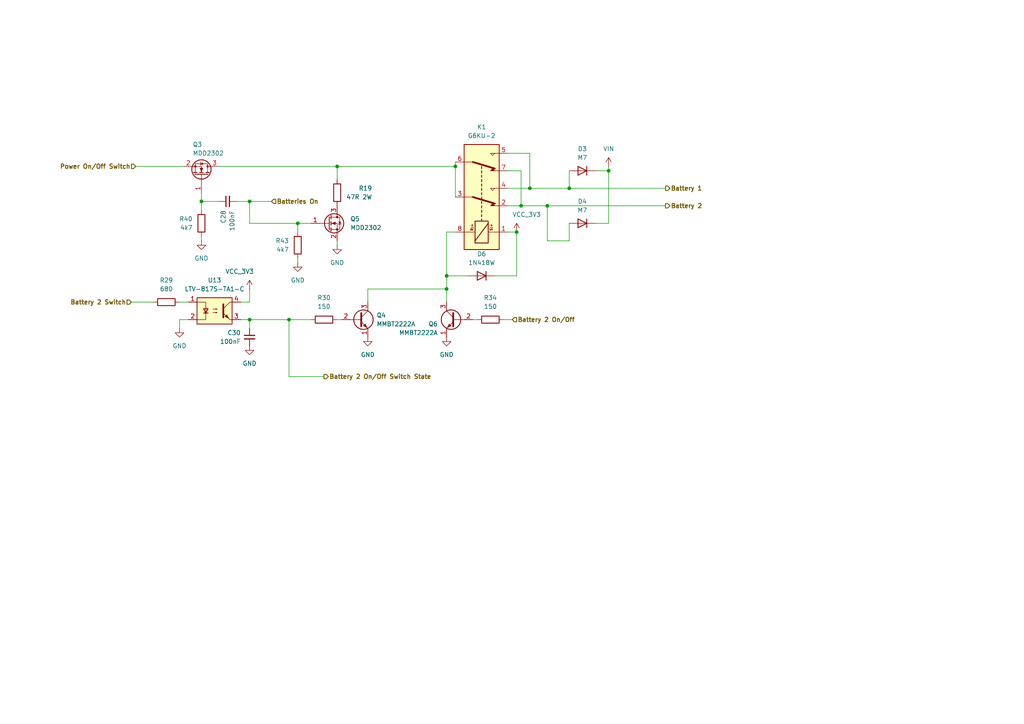
<source format=kicad_sch>
(kicad_sch (version 20250114) (generator "eeschema") (generator_version "9.0")
  (paper "A4")
  (title_block (title "Battery Management") (date "2025-09-04") (rev "1.0"))
  (lib_symbols
    (symbol "Device:C_Small" (pin_numbers (hide yes)) (pin_names (offset 0.254) (hide yes))
      (property "Reference" "C" (at 0.254 1.778 0))
      (property "Value" "C_Small" (at 0.254 -2.032 0))
      (symbol "C_Small_0_1"
        (polyline (pts (xy -1.524 0.508) (xy 1.524 0.508)) (stroke (width 0.3048)))
        (polyline (pts (xy -1.524 -0.508) (xy 1.524 -0.508)) (stroke (width 0.3302)))
      )
      (symbol "C_Small_1_1"
        (pin passive line (at 0 2.54 270) (length 2.032) (name "~") (number "1"))
        (pin passive line (at 0 -2.54 90) (length 2.032) (name "~") (number "2"))
      )
    )
    (symbol "Device:R" (pin_numbers (hide yes)) (pin_names (offset 0))
      (property "Reference" "R" (at 2.032 0 90))
      (property "Value" "R" (at 0 0 90))
      (symbol "R_0_1"
        (rectangle (start -1.016 -2.54) (end 1.016 2.54) (stroke (width 0.254)))
      )
      (symbol "R_1_1"
        (pin passive line (at 0 3.81 270) (length 1.27) (name "~") (number "1"))
        (pin passive line (at 0 -3.81 90) (length 1.27) (name "~") (number "2"))
      )
    )
    (symbol "Diode:1N4001" (pin_numbers (hide yes)) (pin_names (hide yes))
      (property "Reference" "D" (at 0 2.54 0))
      (property "Value" "1N4001" (at 0 -2.54 0))
      (symbol "1N4001_0_1"
        (polyline (pts (xy -1.27 1.27) (xy -1.27 -1.27)) (stroke (width 0.254)))
        (polyline (pts (xy 1.27 1.27) (xy 1.27 -1.27) (xy -1.27 0) (xy 1.27 1.27)) (stroke (width 0.254)))
        (polyline (pts (xy 1.27 0) (xy -1.27 0)))
      )
      (symbol "1N4001_1_1"
        (pin passive line (at -3.81 0 0) (length 2.54) (name "K") (number "1"))
        (pin passive line (at 3.81 0 180) (length 2.54) (name "A") (number "2"))
      )
    )
    (symbol "Diode:1N914" (pin_numbers (hide yes)) (pin_names (hide yes))
      (property "Reference" "D" (at 0 2.54 0))
      (property "Value" "1N914" (at 0 -2.54 0))
      (symbol "1N914_0_1"
        (polyline (pts (xy -1.27 1.27) (xy -1.27 -1.27)) (stroke (width 0.254)))
        (polyline (pts (xy 1.27 1.27) (xy 1.27 -1.27) (xy -1.27 0) (xy 1.27 1.27)) (stroke (width 0.254)))
        (polyline (pts (xy 1.27 0) (xy -1.27 0)))
      )
      (symbol "1N914_1_1"
        (pin passive line (at -3.81 0 0) (length 2.54) (name "K") (number "1"))
        (pin passive line (at 3.81 0 180) (length 2.54) (name "A") (number "2"))
      )
    )
    (symbol "Isolator:LTV-357T" (pin_names (offset 1.016))
      (property "Reference" "U" (at -5.334 4.826 0))
      (property "Value" "LTV-357T" (at 0 5.08 0))
      (symbol "LTV-357T_0_1"
        (rectangle (start -5.08 3.81) (end 5.08 -3.81) (stroke (width 0.254)) (fill (type background)))
        (polyline (pts (xy -5.08 2.54) (xy -2.54 2.54) (xy -2.54 -0.762)))
        (polyline (pts (xy -3.175 -0.635) (xy -1.905 -0.635)) (stroke (width 0.254)))
        (polyline (pts (xy -2.54 -0.635) (xy -2.54 -2.54) (xy -5.08 -2.54)))
        (polyline (pts (xy -2.54 -0.635) (xy -3.175 0.635) (xy -1.905 0.635) (xy -2.54 -0.635)) (stroke (width 0.254)))
        (polyline (pts (xy -0.508 0.508) (xy 0.762 0.508) (xy 0.381 0.381) (xy 0.381 0.635) (xy 0.762 0.508)))
        (polyline (pts (xy -0.508 -0.508) (xy 0.762 -0.508) (xy 0.381 -0.635) (xy 0.381 -0.381) (xy 0.762 -0.508)))
        (polyline (pts (xy 2.54 1.905) (xy 2.54 -1.905)) (stroke (width 0.508)))
        (polyline (pts (xy 2.54 0.635) (xy 4.445 2.54)))
        (polyline (pts (xy 3.048 -1.651) (xy 3.556 -1.143) (xy 4.064 -2.159) (xy 3.048 -1.651)) (fill (type outline)))
        (polyline (pts (xy 4.445 2.54) (xy 5.08 2.54)))
        (polyline (pts (xy 4.445 -2.54) (xy 2.54 -0.635)) (fill (type outline)))
        (polyline (pts (xy 4.445 -2.54) (xy 5.08 -2.54)))
      )
      (symbol "LTV-357T_1_1"
        (pin passive line (at -7.62 2.54 0) (length 2.54) (name "~") (number "1"))
        (pin passive line (at -7.62 -2.54 0) (length 2.54) (name "~") (number "2"))
        (pin passive line (at 7.62 2.54 180) (length 2.54) (name "~") (number "4"))
        (pin passive line (at 7.62 -2.54 180) (length 2.54) (name "~") (number "3"))
      )
    )
    (symbol "Relay:G6KU-2"
      (property "Reference" "K" (at 16.51 3.81 0))
      (property "Value" "G6KU-2" (at 16.51 1.27 0))
      (symbol "G6KU-2_0_0"
        (text "S:+" (at -8.763 2.794 0) (effects (font (size 0.762 0.762))))
        (text "R:+" (at -8.763 -2.794 0) (effects (font (size 0.762 0.762))))
      )
      (symbol "G6KU-2_0_1"
        (rectangle (start -15.24 5.08) (end 15.24 -5.08) (stroke (width 0.254)) (fill (type background)))
        (rectangle (start -13.335 1.905) (end -6.985 -1.905) (stroke (width 0.254)))
        (polyline (pts (xy -12.7 -1.905) (xy -7.62 1.905)) (stroke (width 0.254)))
        (polyline (pts (xy -10.16 5.08) (xy -10.16 1.905)))
        (polyline (pts (xy -10.16 -5.08) (xy -10.16 -1.905)))
        (polyline (pts (xy -6.985 0) (xy -6.35 0)) (stroke (width 0.254)))
        (polyline (pts (xy -5.715 0) (xy -5.08 0)) (stroke (width 0.254)))
        (polyline (pts (xy -4.445 0) (xy -3.81 0)) (stroke (width 0.254)))
        (polyline (pts (xy -3.175 0) (xy -2.54 0)) (stroke (width 0.254)))
        (polyline (pts (xy -2.54 5.08) (xy -2.54 2.54) (xy -1.905 3.175) (xy -2.54 3.81)) (fill (type outline)))
        (polyline (pts (xy -1.905 0) (xy -1.27 0)) (stroke (width 0.254)))
        (polyline (pts (xy -0.635 0) (xy 0 0)) (stroke (width 0.254)))
        (polyline (pts (xy 0 -2.54) (xy -1.905 3.81)) (stroke (width 0.508)))
        (polyline (pts (xy 0 -2.54) (xy 0 -5.08)))
        (polyline (pts (xy 0.635 0) (xy 1.27 0)) (stroke (width 0.254)))
        (polyline (pts (xy 1.905 0) (xy 2.54 0)) (stroke (width 0.254)))
        (polyline (pts (xy 2.54 5.08) (xy 2.54 2.54) (xy 1.905 3.175) (xy 2.54 3.81)))
        (polyline (pts (xy 3.175 0) (xy 3.81 0)) (stroke (width 0.254)))
        (polyline (pts (xy 4.445 0) (xy 5.08 0)) (stroke (width 0.254)))
        (polyline (pts (xy 5.715 0) (xy 6.35 0)) (stroke (width 0.254)))
        (polyline (pts (xy 6.985 0) (xy 7.62 0)) (stroke (width 0.254)))
        (polyline (pts (xy 7.62 5.08) (xy 7.62 2.54) (xy 8.255 3.175) (xy 7.62 3.81)) (fill (type outline)))
        (polyline (pts (xy 8.255 0) (xy 8.89 0)) (stroke (width 0.254)))
        (polyline (pts (xy 10.16 -2.54) (xy 8.255 3.81)) (stroke (width 0.508)))
        (polyline (pts (xy 10.16 -2.54) (xy 10.16 -5.08)))
        (polyline (pts (xy 12.7 5.08) (xy 12.7 2.54) (xy 12.065 3.175) (xy 12.7 3.81)))
      )
      (symbol "G6KU-2_1_1"
        (pin passive line (at -10.16 7.62 270) (length 2.54) (name "~") (number "1"))
        (pin passive line (at -10.16 -7.62 90) (length 2.54) (name "~") (number "8"))
        (pin passive line (at -2.54 7.62 270) (length 2.54) (name "~") (number "2"))
        (pin passive line (at 0 -7.62 90) (length 2.54) (name "~") (number "3"))
        (pin passive line (at 2.54 7.62 270) (length 2.54) (name "~") (number "4"))
        (pin passive line (at 7.62 7.62 270) (length 2.54) (name "~") (number "7"))
        (pin passive line (at 10.16 -7.62 90) (length 2.54) (name "~") (number "6"))
        (pin passive line (at 12.7 7.62 270) (length 2.54) (name "~") (number "5"))
      )
    )
    (symbol "Transistor_BJT:BC107" (pin_names (offset 0) (hide yes))
      (property "Reference" "Q" (at 5.08 1.905 0))
      (property "Value" "BC107" (at 5.08 0 0))
      (symbol "BC107_0_1"
        (polyline (pts (xy -2.54 0) (xy 0.635 0)))
        (polyline (pts (xy 0.635 1.905) (xy 0.635 -1.905)) (stroke (width 0.508)))
        (circle (center 1.27 0) (radius 2.8194) (stroke (width 0.254)))
      )
      (symbol "BC107_1_1"
        (polyline (pts (xy 0.635 0.635) (xy 2.54 2.54)))
        (polyline (pts (xy 0.635 -0.635) (xy 2.54 -2.54)))
        (polyline (pts (xy 1.27 -1.778) (xy 1.778 -1.27) (xy 2.286 -2.286) (xy 1.27 -1.778)) (fill (type outline)))
        (pin input line (at -5.08 0 0) (length 2.54) (name "B") (number "2"))
        (pin passive line (at 2.54 5.08 270) (length 2.54) (name "C") (number "3"))
        (pin passive line (at 2.54 -5.08 90) (length 2.54) (name "E") (number "1"))
      )
    )
    (symbol "camper_van:MDD2302" (pin_names (offset 0) (hide yes))
      (property "Reference" "Q7" (at 6.35 1.2701 0))
      (property "Value" "MDD2302" (at 6.35 -1.2699 0))
      (symbol "MDD2302_0_1"
        (polyline (pts (xy 0.254 1.905) (xy 0.254 -1.905)) (stroke (width 0.254)))
        (polyline (pts (xy 0.254 0) (xy -2.54 0)))
        (polyline (pts (xy 0.762 2.286) (xy 0.762 1.27)) (stroke (width 0.254)))
        (polyline (pts (xy 0.762 0.508) (xy 0.762 -0.508)) (stroke (width 0.254)))
        (polyline (pts (xy 0.762 -1.27) (xy 0.762 -2.286)) (stroke (width 0.254)))
        (polyline (pts (xy 0.762 -1.778) (xy 3.302 -1.778) (xy 3.302 1.778) (xy 0.762 1.778)))
        (polyline (pts (xy 1.016 0) (xy 2.032 0.381) (xy 2.032 -0.381) (xy 1.016 0)) (fill (type outline)))
        (circle (center 1.651 0) (radius 2.794) (stroke (width 0.254)))
        (polyline (pts (xy 2.54 2.54) (xy 2.54 1.778)))
        (circle (center 2.54 1.778) (radius 0.254) (fill (type outline)))
        (circle (center 2.54 -1.778) (radius 0.254) (fill (type outline)))
        (polyline (pts (xy 2.54 -2.54) (xy 2.54 0) (xy 0.762 0)))
        (polyline (pts (xy 2.921 0.381) (xy 3.683 0.381)))
        (polyline (pts (xy 3.302 0.381) (xy 2.921 -0.254) (xy 3.683 -0.254) (xy 3.302 0.381)))
      )
      (symbol "MDD2302_1_1"
        (pin input line (at -5.08 0 0) (length 2.54) (name "G") (number "1"))
        (pin passive line (at 2.54 5.08 270) (length 2.54) (name "D") (number "3"))
        (pin passive line (at 2.54 -5.08 90) (length 2.54) (name "S") (number "2"))
      )
    )
    (symbol "power:+5V" (power) (pin_numbers (hide yes)) (pin_names (offset 0) (hide yes))
      (property "Value" "+5V" (at 0 3.556 0))
      (symbol "+5V_0_1"
        (polyline (pts (xy -0.762 1.27) (xy 0 2.54)))
        (polyline (pts (xy 0 2.54) (xy 0.762 1.27)))
        (polyline (pts (xy 0 0) (xy 0 2.54)))
      )
      (symbol "+5V_1_1"
        (pin power_in line (at 0 0 90) (length 0) (name "~") (number "1"))
      )
    )
    (symbol "power:GND" (power) (pin_numbers (hide yes)) (pin_names (offset 0) (hide yes))
      (property "Value" "GND" (at 0 -3.81 0))
      (symbol "GND_0_1"
        (polyline (pts (xy 0 0) (xy 0 -1.27) (xy 1.27 -1.27) (xy 0 -2.54) (xy -1.27 -1.27) (xy 0 -1.27)))
      )
      (symbol "GND_1_1"
        (pin power_in line (at 0 0 270) (length 0) (name "~") (number "1"))
      )
    )
    (symbol "power:VDD" (power) (pin_numbers (hide yes)) (pin_names (offset 0) (hide yes))
      (property "Value" "VDD" (at 0 3.556 0))
      (symbol "VDD_0_1"
        (polyline (pts (xy -0.762 1.27) (xy 0 2.54)))
        (polyline (pts (xy 0 2.54) (xy 0.762 1.27)))
        (polyline (pts (xy 0 0) (xy 0 2.54)))
      )
      (symbol "VDD_1_1"
        (pin power_in line (at 0 0 90) (length 0) (name "~") (number "1"))
      )
    )
  )
  (junction (at 132.08 48.26))
  (junction (at 58.42 58.42))
  (junction (at 97.79 48.26))
  (junction (at 129.54 83.82))
  (junction (at 149.86 67.31))
  (junction (at 83.82 92.71))
  (junction (at 129.54 80.01))
  (junction (at 176.53 49.53))
  (junction (at 153.67 54.61))
  (junction (at 72.39 92.71))
  (junction (at 86.36 64.77))
  (junction (at 165.1 54.61))
  (junction (at 158.75 59.69))
  (junction (at 72.39 58.42))
  (junction (at 151.13 59.69))
  (wire (pts (xy 72.39 58.42) (xy 72.39 64.77)))
  (wire (pts (xy 137.16 92.71) (xy 138.43 92.71)))
  (wire (pts (xy 129.54 67.31) (xy 132.08 67.31)))
  (wire (pts (xy 165.1 54.61) (xy 193.04 54.61)))
  (wire (pts (xy 83.82 109.22) (xy 83.82 92.71)))
  (wire (pts (xy 83.82 92.71) (xy 90.17 92.71)))
  (wire (pts (xy 129.54 80.01) (xy 135.89 80.01)))
  (wire (pts (xy 58.42 58.42) (xy 58.42 60.96)))
  (wire (pts (xy 129.54 83.82) (xy 129.54 87.63)))
  (wire (pts (xy 149.86 67.31) (xy 149.86 80.01)))
  (wire (pts (xy 158.75 59.69) (xy 193.04 59.69)))
  (wire (pts (xy 147.32 44.45) (xy 153.67 44.45)))
  (wire (pts (xy 90.17 64.77) (xy 86.36 64.77)))
  (wire (pts (xy 151.13 59.69) (xy 158.75 59.69)))
  (wire (pts (xy 97.79 69.85) (xy 97.79 71.12)))
  (wire (pts (xy 86.36 74.93) (xy 86.36 76.2)))
  (wire (pts (xy 147.32 54.61) (xy 153.67 54.61)))
  (wire (pts (xy 151.13 49.53) (xy 151.13 59.69)))
  (wire (pts (xy 99.06 92.71) (xy 97.79 92.71)))
  (wire (pts (xy 72.39 87.63) (xy 69.85 87.63)))
  (wire (pts (xy 172.72 49.53) (xy 176.53 49.53)))
  (wire (pts (xy 58.42 68.58) (xy 58.42 69.85)))
  (wire (pts (xy 72.39 64.77) (xy 86.36 64.77)))
  (wire (pts (xy 172.72 64.77) (xy 176.53 64.77)))
  (wire (pts (xy 58.42 58.42) (xy 63.5 58.42)))
  (wire (pts (xy 146.05 92.71) (xy 148.59 92.71)))
  (wire (pts (xy 106.68 87.63) (xy 106.68 83.82)))
  (wire (pts (xy 93.98 109.22) (xy 83.82 109.22)))
  (wire (pts (xy 69.85 92.71) (xy 72.39 92.71)))
  (wire (pts (xy 97.79 52.07) (xy 97.79 48.26)))
  (wire (pts (xy 72.39 83.82) (xy 72.39 87.63)))
  (wire (pts (xy 58.42 55.88) (xy 58.42 58.42)))
  (wire (pts (xy 72.39 95.25) (xy 72.39 92.71)))
  (wire (pts (xy 158.75 69.85) (xy 165.1 69.85)))
  (wire (pts (xy 143.51 80.01) (xy 149.86 80.01)))
  (wire (pts (xy 39.37 48.26) (xy 53.34 48.26)))
  (wire (pts (xy 147.32 67.31) (xy 149.86 67.31)))
  (wire (pts (xy 165.1 64.77) (xy 165.1 69.85)))
  (wire (pts (xy 86.36 64.77) (xy 86.36 67.31)))
  (wire (pts (xy 132.08 48.26) (xy 132.08 57.15)))
  (wire (pts (xy 54.61 87.63) (xy 52.07 87.63)))
  (wire (pts (xy 165.1 49.53) (xy 165.1 54.61)))
  (wire (pts (xy 52.07 92.71) (xy 52.07 95.25)))
  (wire (pts (xy 38.1 87.63) (xy 44.45 87.63)))
  (wire (pts (xy 153.67 44.45) (xy 153.67 54.61)))
  (wire (pts (xy 176.53 49.53) (xy 176.53 64.77)))
  (wire (pts (xy 158.75 59.69) (xy 158.75 69.85)))
  (wire (pts (xy 129.54 67.31) (xy 129.54 80.01)))
  (wire (pts (xy 72.39 58.42) (xy 78.74 58.42)))
  (wire (pts (xy 106.68 83.82) (xy 129.54 83.82)))
  (wire (pts (xy 54.61 92.71) (xy 52.07 92.71)))
  (wire (pts (xy 147.32 59.69) (xy 151.13 59.69)))
  (wire (pts (xy 132.08 46.99) (xy 132.08 48.26)))
  (wire (pts (xy 176.53 49.53) (xy 176.53 48.26)))
  (wire (pts (xy 63.5 48.26) (xy 97.79 48.26)))
  (wire (pts (xy 153.67 54.61) (xy 165.1 54.61)))
  (wire (pts (xy 72.39 92.71) (xy 83.82 92.71)))
  (wire (pts (xy 68.58 58.42) (xy 72.39 58.42)))
  (wire (pts (xy 97.79 48.26) (xy 132.08 48.26)))
  (wire (pts (xy 147.32 49.53) (xy 151.13 49.53)))
  (wire (pts (xy 129.54 80.01) (xy 129.54 83.82)))
  (hierarchical_label "Battery 1" (shape output) (at 193.04 54.61 0) (effects (font (thickness 0.254) (bold yes))))
  (hierarchical_label "Batteries On" (shape input) (at 78.74 58.42 0) (effects (font (thickness 0.254) (bold yes))))
  (hierarchical_label "Battery 2 Switch" (shape input) (at 38.1 87.63 180) (effects (font (thickness 0.254) (bold yes))))
  (hierarchical_label "Battery 2 On/Off" (shape input) (at 148.59 92.71 0) (effects (font (thickness 0.254) (bold yes))))
  (hierarchical_label "Battery 2 On{slash}Off Switch State" (shape output) (at 93.98 109.22 0) (effects (font (thickness 0.254) (bold yes))))
  (hierarchical_label "Battery 2" (shape output) (at 193.04 59.69 0) (effects (font (thickness 0.254) (bold yes))))
  (hierarchical_label "Power On/Off Switch" (shape input) (at 39.37 48.26 180) (effects (font (thickness 0.254) (bold yes))))
  (symbol (lib_id "power:+5V") (at 72.39 83.82 0) (mirror y) (unit 1)
    (property "Reference" "#PWR097" (effects (hide yes)))
    (property "Value" "VCC_3V3" (at 73.66 78.74 0) (effects (justify left)))
    (property "Description" "Power symbol creates a global label with name \"+5V\"" (effects (hide yes)))
  )
  (symbol (lib_id "Diode:1N914") (at 139.7 80.01 0) (mirror y) (unit 1)
    (property "Reference" "D6" (at 139.7 73.66 0))
    (property "Value" "1N418W" (at 139.7 76.2 0))
    (property "Footprint" "Diode_SMD:D_SOD-123" (effects (hide yes)))
    (property "Datasheet" "http://www.vishay.com/docs/85622/1n914.pdf" (effects (hide yes)))
    (property "Description" "100V 0.3A Small Signal Fast Switching Diode, DO-35" (effects (hide yes)))
    (property "Sim.Device" "D" (effects (hide yes)))
    (property "Sim.Pins" "1=K 2=A" (effects (hide yes)))
    (property "LCSC PN" "C81598" (effects (hide yes)))
    (property "Extended" "B" (effects (hide yes)))
  )
  (symbol (lib_id "power:GND") (at 72.39 100.33 0) (mirror y) (unit 1)
    (property "Reference" "#PWR098" (effects (hide yes)))
    (property "Value" "GND" (at 72.39 105.41 0))
    (property "Description" "Power symbol creates a global label with name \"GND\" , ground" (effects (hide yes)))
  )
  (symbol (lib_id "Isolator:LTV-357T") (at 62.23 90.17 0) (unit 1)
    (property "Reference" "U13" (at 62.23 81.28 0))
    (property "Value" "LTV-817S-TA1-C" (at 62.23 83.82 0))
    (property "Footprint" "Package_SO:SO-4_4.4x3.6mm_P2.54mm" (effects (hide yes)))
    (property "Datasheet" "https://www.buerklin.com/medias/sys_master/download/download/h91/ha0/8892020588574.pdf" (effects (hide yes)))
    (property "Description" "DC Optocoupler, Vce 35V, CTR 50%, SO-4" (effects (hide yes)))
    (property "LCSC PN" "C109227" (effects (hide yes)))
    (property "Extended" "B" (effects (hide yes)))
  )
  (symbol (lib_id "Transistor_BJT:BC107") (at 104.14 92.71 0) (unit 1)
    (property "Reference" "Q4" (at 109.22 91.4399 0) (effects (justify left)))
    (property "Value" "MMBT2222A" (at 109.22 93.9799 0) (effects (justify left)))
    (property "Footprint" "Package_TO_SOT_SMD:SOT-23" (effects (hide yes)))
    (property "Datasheet" "http://www.b-kainka.de/Daten/Transistor/BC108.pdf" (effects (hide yes)))
    (property "Description" "0.1A Ic, 50V Vce, Low Noise General Purpose NPN Transistor, TO-18" (effects (hide yes)))
    (property "LCSC PN" "C8512" (effects (hide yes)))
    (property "Extended" "B" (effects (hide yes)))
  )
  (symbol (lib_id "Device:C_Small") (at 72.39 97.79 0) (mirror y) (unit 1)
    (property "Reference" "C30" (at 69.85 96.5262 0) (effects (justify left)))
    (property "Value" "100nF" (at 69.85 99.0662 0) (effects (justify left)))
    (property "Footprint" "Capacitor_SMD:C_0805_2012Metric" (effects (hide yes)))
    (property "Description" "Unpolarized capacitor, small symbol" (effects (hide yes)))
    (property "LCSC PN" "C28233" (effects (hide yes)))
    (property "Extended" "B" (effects (hide yes)))
  )
  (symbol (lib_id "camper_van:MDD2302") (at 58.42 50.8 270) (mirror x) (unit 1)
    (property "Reference" "Q3" (at 55.88 41.91 90) (effects (justify left)))
    (property "Value" "MDD2302" (at 55.88 44.45 90) (effects (justify left)))
    (property "Footprint" "Package_TO_SOT_SMD:SOT-23" (effects (hide yes)))
    (property "Datasheet" "https://jlcpcb.com/api/file/downloadByFileSystemAccessId/8588906188805722112" (effects (hide yes)))
    (property "Description" "4A Id, 20V Vds, 25mOhm Rds, N-Channel HEXFET Power MOSFET, SOT-23" (effects (hide yes)))
    (property "LCSC PN" "C427390" (effects (hide yes)))
    (property "Extended" "PE" (effects (hide yes)))
  )
  (symbol (lib_id "power:GND") (at 52.07 95.25 0) (mirror y) (unit 1)
    (property "Reference" "#PWR095" (effects (hide yes)))
    (property "Value" "GND" (at 52.07 100.33 0))
    (property "Description" "Power symbol creates a global label with name \"GND\" , ground" (effects (hide yes)))
  )
  (symbol (lib_id "Device:R") (at 58.42 64.77 0) (mirror y) (unit 1)
    (property "Reference" "R40" (at 55.88 63.4999 0) (effects (justify left)))
    (property "Value" "4k7" (at 55.88 66.0399 0) (effects (justify left)))
    (property "Footprint" "Resistor_SMD:R_0805_2012Metric" (effects (hide yes)))
    (property "Description" "Resistor" (effects (hide yes)))
    (property "LCSC PN" "C17673" (effects (hide yes)))
    (property "Extended" "B" (effects (hide yes)))
  )
  (symbol (lib_id "power:+5V") (at 149.86 67.31 0) (unit 1)
    (property "Reference" "#PWR0103" (effects (hide yes)))
    (property "Value" "VCC_3V3" (at 148.59 62.23 0) (effects (justify left)))
    (property "Description" "Power symbol creates a global label with name \"+5V\"" (effects (hide yes)))
  )
  (symbol (lib_id "Device:R") (at 97.79 55.88 0) (mirror x) (unit 1)
    (property "Reference" "R19" (at 107.95 54.61 0) (effects (justify right)))
    (property "Value" "47R 2W" (at 107.95 57.15 0) (effects (justify right)))
    (property "Footprint" "Resistor_SMD:R_2512_6332Metric" (effects (hide yes)))
    (property "Description" "Resistor" (effects (hide yes)))
    (property "LCSC PN" "C2765607" (effects (hide yes)))
    (property "Extended" "E" (effects (hide yes)))
  )
  (symbol (lib_id "Device:R") (at 86.36 71.12 0) (mirror y) (unit 1)
    (property "Reference" "R43" (at 83.82 69.8499 0) (effects (justify left)))
    (property "Value" "4k7" (at 83.82 72.3899 0) (effects (justify left)))
    (property "Footprint" "Resistor_SMD:R_0805_2012Metric" (effects (hide yes)))
    (property "Description" "Resistor" (effects (hide yes)))
    (property "LCSC PN" "C17673" (effects (hide yes)))
    (property "Extended" "B" (effects (hide yes)))
  )
  (symbol (lib_id "Diode:1N4001") (at 168.91 64.77 180) (unit 1)
    (property "Reference" "D4" (at 168.91 58.42 0))
    (property "Value" "M7" (at 168.91 60.96 0))
    (property "Footprint" "Diode_SMD:D_SMA" (effects (hide yes)))
    (property "Datasheet" "http://www.vishay.com/docs/88503/1n4001.pdf" (effects (hide yes)))
    (property "Description" "50V 1A General Purpose Rectifier Diode, DO-41" (effects (hide yes)))
    (property "Sim.Device" "D" (effects (hide yes)))
    (property "Sim.Pins" "1=K 2=A" (effects (hide yes)))
    (property "LCSC PN" "C95872" (effects (hide yes)))
    (property "Extended" "B" (effects (hide yes)))
  )
  (symbol (lib_id "Relay:G6KU-2") (at 139.7 57.15 270) (mirror x) (unit 1)
    (property "Reference" "K1" (at 139.7 36.83 90))
    (property "Value" "G6KU-2" (at 139.7 39.37 90))
    (property "Footprint" "Relay_SMD:Relay_DPDT_Omron_G6K-2F-Y" (effects (hide yes)))
    (property "Datasheet" "http://omronfs.omron.com/en_US/ecb/products/pdf/en-g6k.pdf" (effects (hide yes)))
    (property "Description" "Miniature 2-pole relay, Single-winding Latching" (effects (hide yes)))
    (property "LCSC PN" "C2153097" (effects (hide yes)))
    (property "Extended" "E" (effects (hide yes)))
  )
  (symbol (lib_id "Device:R") (at 142.24 92.71 270) (mirror x) (unit 1)
    (property "Reference" "R34" (at 142.24 86.36 90))
    (property "Value" "150" (at 142.24 88.9 90))
    (property "Footprint" "Resistor_SMD:R_0805_2012Metric" (effects (hide yes)))
    (property "Description" "Resistor" (effects (hide yes)))
    (property "LCSC PN" "C17471" (effects (hide yes)))
    (property "Extended" "B" (effects (hide yes)))
  )
  (symbol (lib_id "Device:R") (at 93.98 92.71 90) (unit 1)
    (property "Reference" "R30" (at 93.98 86.36 90))
    (property "Value" "150" (at 93.98 88.9 90))
    (property "Footprint" "Resistor_SMD:R_0805_2012Metric" (effects (hide yes)))
    (property "Description" "Resistor" (effects (hide yes)))
    (property "LCSC PN" "C17471" (effects (hide yes)))
    (property "Extended" "B" (effects (hide yes)))
  )
  (symbol (lib_id "Device:C_Small") (at 66.04 58.42 90) (mirror x) (unit 1)
    (property "Reference" "C28" (at 64.7762 60.96 0) (effects (justify left)))
    (property "Value" "100nF" (at 67.3162 60.96 0) (effects (justify left)))
    (property "Footprint" "Capacitor_SMD:C_0805_2012Metric" (effects (hide yes)))
    (property "Description" "Unpolarized capacitor, small symbol" (effects (hide yes)))
    (property "LCSC PN" "C28233" (effects (hide yes)))
    (property "Extended" "B" (effects (hide yes)))
  )
  (symbol (lib_id "power:GND") (at 86.36 76.2 0) (mirror y) (unit 1)
    (property "Reference" "#PWR099" (effects (hide yes)))
    (property "Value" "GND" (at 86.36 81.28 0))
    (property "Description" "Power symbol creates a global label with name \"GND\" , ground" (effects (hide yes)))
  )
  (symbol (lib_id "camper_van:MDD2302") (at 95.25 64.77 0) (unit 1)
    (property "Reference" "Q5" (at 101.6 63.4999 0) (effects (justify left)))
    (property "Value" "MDD2302" (at 101.6 66.0399 0) (effects (justify left)))
    (property "Footprint" "Package_TO_SOT_SMD:SOT-23" (effects (hide yes)))
    (property "Datasheet" "https://jlcpcb.com/api/file/downloadByFileSystemAccessId/8588906188805722112" (effects (hide yes)))
    (property "Description" "4A Id, 20V Vds, 25mOhm Rds, N-Channel HEXFET Power MOSFET, SOT-23" (effects (hide yes)))
    (property "LCSC PN" "C427390" (effects (hide yes)))
    (property "Extended" "PE" (effects (hide yes)))
  )
  (symbol (lib_id "Device:R") (at 48.26 87.63 270) (mirror x) (unit 1)
    (property "Reference" "R29" (at 48.26 81.28 90))
    (property "Value" "680" (at 48.26 83.82 90))
    (property "Footprint" "Resistor_SMD:R_0805_2012Metric" (effects (hide yes)))
    (property "Description" "Resistor" (effects (hide yes)))
    (property "LCSC PN" "C17798" (effects (hide yes)))
    (property "Extended" "B" (effects (hide yes)))
  )
  (symbol (lib_id "power:GND") (at 129.54 97.79 0) (mirror y) (unit 1)
    (property "Reference" "#PWR0102" (effects (hide yes)))
    (property "Value" "GND" (at 129.54 102.87 0))
    (property "Description" "Power symbol creates a global label with name \"GND\" , ground" (effects (hide yes)))
  )
  (symbol (lib_id "Transistor_BJT:BC107") (at 132.08 92.71 0) (mirror y) (unit 1)
    (property "Reference" "Q6" (at 127 93.98 0) (effects (justify left)))
    (property "Value" "MMBT2222A" (at 127 96.52 0) (effects (justify left)))
    (property "Footprint" "Package_TO_SOT_SMD:SOT-23" (effects (hide yes)))
    (property "Datasheet" "http://www.b-kainka.de/Daten/Transistor/BC108.pdf" (effects (hide yes)))
    (property "Description" "0.1A Ic, 50V Vce, Low Noise General Purpose NPN Transistor, TO-18" (effects (hide yes)))
    (property "LCSC PN" "C8512" (effects (hide yes)))
    (property "Extended" "B" (effects (hide yes)))
  )
  (symbol (lib_id "Diode:1N4001") (at 168.91 49.53 180) (unit 1)
    (property "Reference" "D3" (at 168.91 43.18 0))
    (property "Value" "M7" (at 168.91 45.72 0))
    (property "Footprint" "Diode_SMD:D_SMA" (effects (hide yes)))
    (property "Datasheet" "http://www.vishay.com/docs/88503/1n4001.pdf" (effects (hide yes)))
    (property "Description" "50V 1A General Purpose Rectifier Diode, DO-41" (effects (hide yes)))
    (property "Sim.Device" "D" (effects (hide yes)))
    (property "Sim.Pins" "1=K 2=A" (effects (hide yes)))
    (property "LCSC PN" "C95872" (effects (hide yes)))
    (property "Extended" "B" (effects (hide yes)))
  )
  (symbol (lib_id "power:VDD") (at 176.53 48.26 0) (unit 1)
    (property "Reference" "#PWR0104" (effects (hide yes)))
    (property "Value" "VIN" (at 176.53 43.18 0))
    (property "Description" "Power symbol creates a global label with name \"VDD\"" (effects (hide yes)))
  )
  (symbol (lib_id "power:GND") (at 97.79 71.12 0) (mirror y) (unit 1)
    (property "Reference" "#PWR0100" (effects (hide yes)))
    (property "Value" "GND" (at 97.79 76.2 0))
    (property "Description" "Power symbol creates a global label with name \"GND\" , ground" (effects (hide yes)))
  )
  (symbol (lib_id "power:GND") (at 58.42 69.85 0) (mirror y) (unit 1)
    (property "Reference" "#PWR096" (effects (hide yes)))
    (property "Value" "GND" (at 58.42 74.93 0))
    (property "Description" "Power symbol creates a global label with name \"GND\" , ground" (effects (hide yes)))
  )
  (symbol (lib_id "power:GND") (at 106.68 97.79 0) (mirror y) (unit 1)
    (property "Reference" "#PWR0101" (effects (hide yes)))
    (property "Value" "GND" (at 106.68 102.87 0))
    (property "Description" "Power symbol creates a global label with name \"GND\" , ground" (effects (hide yes)))
  )
)
</source>
